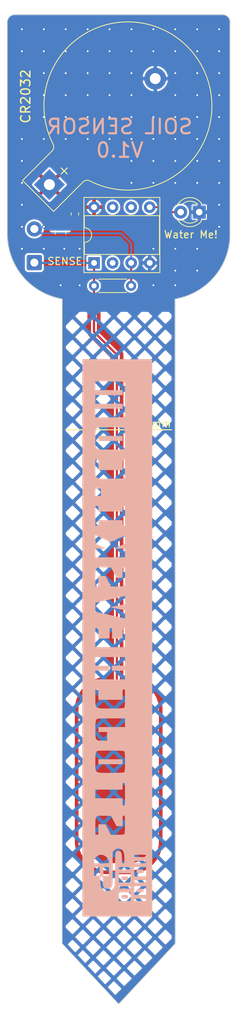
<source format=kicad_pcb>
(kicad_pcb (version 20221018) (generator pcbnew)
  (layers (0 "F.Cu" signal) (31 "B.Cu" signal) (34 "B.Paste" user) (35 "F.Paste" user) (36 "B.SilkS" user "B.Silkscreen") (37 "F.SilkS" user "F.Silkscreen") (38 "B.Mask" user) (39 "F.Mask" user) (44 "Edge.Cuts" user))
  (net 0 "")
  (net 1 "+3V0")
  (net 2 "GND")
  (net 3 "Net-(D101-A)")
  (net 4 "/SENSE")
  (net 8 "Net-(J101-Pin_2)")
  (footprint "LED_THT:LED_D3.0mm" (layer "F.Cu") (at 111.275 61 180)
    (fp_text reference "D101" hide)
    (fp_text value "RED_LED")
    (fp_line (start -0.29 -1.236) (end -0.29 -1.08) (stroke (width 0.12)) (layer "F.SilkS"))
    (fp_line (start -0.29 1.08) (end -0.29 1.236) (stroke (width 0.12)) (layer "F.SilkS"))
    (fp_arc (start -0.29 -1.235516) (mid 1.366487 -1.987659) (end 2.942335 -1.078608) (stroke (width 0.12)) (layer "F.SilkS"))
    (fp_arc (start 0.229039 -1.08) (mid 1.270117 -1.5) (end 2.31113 -1.079837) (stroke (width 0.12)) (layer "F.SilkS"))
    (fp_arc (start 2.31113 1.079837) (mid 1.270117 1.5) (end 0.229039 1.08) (stroke (width 0.12)) (layer "F.SilkS"))
    (fp_arc (start 2.942335 1.078608) (mid 1.366487 1.987659) (end -0.29 1.235516) (stroke (width 0.12)) (layer "F.SilkS"))
    (pad "1" thru_hole rect (at 0 0 180) (size 1.8 1.8) (drill 0.9) (layers "*.Cu" "*.Mask") (net 2 "GND") (thermal_gap 0.15))
    (pad "2" thru_hole circle (at 2.54 0 180) (size 1.8 1.8) (drill 0.9) (layers "*.Cu" "*.Mask") (net 3 "Net-(D101-A)"))
  )
  (footprint "Package_DIP:DIP-8_W7.62mm_Socket" (layer "F.Cu") (at 96.877338 67.940937 90)
    (fp_text reference "U101" hide)
    (fp_text value "ATtiny85-20P")
    (fp_line (start -1.33 -1.39) (end -1.33 9.01) (stroke (width 0.12)) (layer "F.SilkS"))
    (fp_line (start -1.33 9.01) (end 8.95 9.01) (stroke (width 0.12)) (layer "F.SilkS"))
    (fp_line (start 1.16 -1.33) (end 1.16 8.95) (stroke (width 0.12)) (layer "F.SilkS"))
    (fp_line (start 1.16 8.95) (end 6.46 8.95) (stroke (width 0.12)) (layer "F.SilkS"))
    (fp_line (start 2.81 -1.33) (end 1.16 -1.33) (stroke (width 0.12)) (layer "F.SilkS"))
    (fp_line (start 6.46 -1.33) (end 4.81 -1.33) (stroke (width 0.12)) (layer "F.SilkS"))
    (fp_line (start 6.46 8.95) (end 6.46 -1.33) (stroke (width 0.12)) (layer "F.SilkS"))
    (fp_line (start 8.95 -1.39) (end -1.33 -1.39) (stroke (width 0.12)) (layer "F.SilkS"))
    (fp_line (start 8.95 9.01) (end 8.95 -1.39) (stroke (width 0.12)) (layer "F.SilkS"))
    (fp_arc (start 4.81 -1.33) (mid 3.81 -0.33) (end 2.81 -1.33) (stroke (width 0.12)) (layer "F.SilkS"))
    (pad "1" thru_hole rect (at 0 0 90) (size 1.6 1.6) (drill 0.8) (layers "*.Cu" "*.Mask") (net 4 "/SENSE"))
    (pad "2" thru_hole oval (at 0 2.54 90) (size 1.6 1.6) (drill 0.8) (layers "*.Cu" "*.Mask"))
    (pad "3" thru_hole oval (at 0 5.08 90) (size 1.6 1.6) (drill 0.8) (layers "*.Cu" "*.Mask") (net 8 "Net-(J101-Pin_2)"))
    (pad "4" thru_hole oval (at 0 7.62 90) (size 1.6 1.6) (drill 0.8) (layers "*.Cu" "*.Mask") (net 2 "GND"))
    (pad "5" thru_hole oval (at 7.62 7.62 90) (size 1.6 1.6) (drill 0.8) (layers "*.Cu" "*.Mask") (net 3 "Net-(D101-A)"))
    (pad "6" thru_hole oval (at 7.62 5.08 90) (size 1.6 1.6) (drill 0.8) (layers "*.Cu" "*.Mask"))
    (pad "7" thru_hole oval (at 7.62 2.54 90) (size 1.6 1.6) (drill 0.8) (layers "*.Cu" "*.Mask"))
    (pad "8" thru_hole oval (at 7.62 0 90) (size 1.6 1.6) (drill 0.8) (layers "*.Cu" "*.Mask") (net 1 "+3V0"))
  )
  (footprint "Resistor_THT:R_Axial_DIN0204_L3.6mm_D1.6mm_P5.08mm_Horizontal" (layer "F.Cu") (at 101.948413 71.073331 180)
    (fp_text reference "R101" hide)
    (fp_text value "1M")
    (fp_line (start 0.62 -0.92) (end 4.46 -0.92) (stroke (width 0.12)) (layer "F.SilkS"))
    (fp_line (start 0.62 0.92) (end 4.46 0.92) (stroke (width 0.12)) (layer "F.SilkS"))
    (pad "1" thru_hole circle (at 0 0 180) (size 1.4 1.4) (drill 0.7) (layers "*.Cu" "*.Mask") (net 8 "Net-(J101-Pin_2)"))
    (pad "2" thru_hole oval (at 5.08 0 180) (size 1.4 1.4) (drill 0.7) (layers "*.Cu" "*.Mask") (net 4 "/SENSE"))
  )
  (footprint "Battery:BatteryHolder_Keystone_103_1x20mm" (layer "F.Cu") (at 90.764609 57.23539 45)
    (fp_text reference "BT101" hide)
    (fp_text value "Battery_Cell")
    (fp_text user "+" (at 2.75 0 -315) (layer "F.SilkS") (effects (font (size 1.5 1.5))))
    (fp_line (start -2.2 -3) (end 3.5 -3) (stroke (width 0.12)) (layer "F.SilkS"))
    (fp_line (start -2.2 3) (end -2.2 -3) (stroke (width 0.12)) (layer "F.SilkS"))
    (fp_line (start -2.2 3) (end 3.5 3) (stroke (width 0.12)) (layer "F.SilkS"))
    (fp_arc (start 3.5 3) (mid 3.950694 3.136459) (end 4.25 3.5) (stroke (width 0.12)) (layer "F.SilkS"))
    (fp_arc (start 4.25 -3.5) (mid 3.950694 -3.136459) (end 3.5 -3) (stroke (width 0.12)) (layer "F.SilkS"))
    (fp_arc (start 4.25 -3.5) (mid 16.971104 -11.358466) (end 26.695671 0) (stroke (width 0.12)) (layer "F.SilkS"))
    (fp_arc (start 26.695671 0) (mid 16.971103 11.358466) (end 4.25 3.5) (stroke (width 0.12)) (layer "F.SilkS"))
    (pad "1" thru_hole rect (at 0 0 45) (size 3 3) (drill 1.5) (layers "*.Cu" "*.Mask") (net 1 "+3V0") (thermal_gap 0.3))
    (pad "2" thru_hole circle (at 20.49 0 45) (size 3 3) (drill 1.5) (layers "*.Cu" "*.Mask") (net 2 "GND"))
  )
  (footprint "Capacitor_SMD:C_0603_1608Metric_Pad1.08x0.95mm_HandSolder" (layer "F.Cu") (at 94.25 61.25 -90)
    (fp_text reference "C102" hide)
    (fp_text value "DNP")
    (fp_line (start -0.146267 -0.51) (end 0.146267 -0.51) (stroke (width 0.12)) (layer "F.SilkS"))
    (fp_line (start -0.146267 0.51) (end 0.146267 0.51) (stroke (width 0.12)) (layer "F.SilkS"))
    (pad "1" smd roundrect (at -0.8625 0 270) (size 1.075 0.95) (layers "F.Cu" "F.Paste" "F.Mask") (net 1 "+3V0"))
    (pad "2" smd roundrect (at 0.8625 0 270) (size 1.075 0.95) (layers "F.Cu" "F.Paste" "F.Mask") (net 2 "GND"))
  )
  (footprint "Connector_Wire:SolderWire-0.5sqmm_1x02_P4.6mm_D0.9mm_OD2.1mm" (layer "F.Cu") (at 88.7 67.900001 90)
    (fp_text reference "J101" hide)
    (fp_text value "SENSE_CONN")
    (pad "1" thru_hole roundrect (at 0 0 90) (size 2.1 2.1) (drill 1.1) (layers "*.Cu" "*.Mask") (roundrect_rratio 0.119048) (net 4 "/SENSE"))
    (pad "2" thru_hole circle (at 4.6 0 90) (size 2.1 2.1) (drill 1.1) (layers "*.Cu" "*.Mask") (net 8 "Net-(J101-Pin_2)"))
  )
  (footprint "Capacitor_SMD:C_0805_2012Metric_Pad1.18x1.45mm_HandSolder" (layer "F.Cu") (at 92.27395 63.75 -90)
    (fp_text reference "C101" hide)
    (fp_text value "DNP")
    (fp_line (start -0.261252 -0.735) (end 0.261252 -0.735) (stroke (width 0.12)) (layer "F.SilkS"))
    (fp_line (start -0.261252 0.735) (end 0.261252 0.735) (stroke (width 0.12)) (layer "F.SilkS"))
    (pad "1" smd roundrect (at -1.0375 0 270) (size 1.175 1.45) (layers "F.Cu" "F.Paste" "F.Mask") (roundrect_rratio 0.2127659574) (net 1 "+3V0"))
    (pad "2" smd roundrect (at 1.0375 0 270) (size 1.175 1.45) (layers "F.Cu" "F.Paste" "F.Mask") (roundrect_rratio 0.2127659574) (net 2 "GND"))
  )
  (footprint "LOGO" (layer "B.Cu") (at 100.1 119.2 90)
    (fp_text reference "G***" hide)
    (fp_text value "LOGO" hide)
    (fp_poly (pts (xy -16.594667 -0.973667) (xy -16.594667 -2.624667) (xy -16.933334 -2.624667) (xy -17.272 -2.624667) (xy -17.272 -0.973667) (xy -17.272 0.677333) (xy -16.933334 0.677333) (xy -16.594667 0.677333)) (fill solid) (layer "B.SilkS"))
    (fp_poly (pts (xy 27.601333 -0.973667) (xy 27.601333 -2.624667) (xy 27.262666 -2.624667) (xy 26.924 -2.624667) (xy 26.924 -0.973667) (xy 26.924 0.677333) (xy 27.262666 0.677333) (xy 27.601333 0.677333)) (fill solid) (layer "B.SilkS"))
    (fp_poly (pts (xy -35.24546 1.431514) (xy -35.16988 1.38027) (xy -35.141194 1.243921) (xy -35.136667 0.980788) (xy -35.136667 0.973667) (xy -35.140932 0.707453) (xy -35.168884 0.56889) (xy -35.243256 0.516299) (xy -35.386783 0.508001) (xy -35.390667 0.508) (xy -35.535875 0.51582) (xy -35.611455 0.567064) (xy -35.64014 0.703413) (xy -35.644667 0.966546) (xy -35.644667 0.973667) (xy -35.640402 1.239881) (xy -35.612451 1.378444) (xy -35.538078 1.431035) (xy -35.394551 1.439333) (xy -35.390667 1.439333)) (fill solid) (layer "B.SilkS"))
    (fp_poly (pts (xy -34.398793 3.548181) (xy -34.323213 3.496936) (xy -34.294527 3.360587) (xy -34.290001 3.097455) (xy -34.29 3.090333) (xy -34.294266 2.824119) (xy -34.322217 2.685557) (xy -34.396589 2.632966) (xy -34.540116 2.624667) (xy -34.544 2.624667) (xy -34.689208 2.632486) (xy -34.764788 2.683731) (xy -34.793474 2.82008) (xy -34.798 3.083212) (xy -34.798 3.090333) (xy -34.793735 3.356548) (xy -34.765784 3.49511) (xy -34.691412 3.547701) (xy -34.547885 3.556) (xy -34.544 3.556)) (fill solid) (layer "B.SilkS"))
    (fp_poly (pts (xy -32.70546 1.431514) (xy -32.62988 1.38027) (xy -32.601194 1.243921) (xy -32.596667 0.980788) (xy -32.596667 0.973667) (xy -32.600932 0.707453) (xy -32.628884 0.56889) (xy -32.703256 0.516299) (xy -32.846783 0.508001) (xy -32.850667 0.508) (xy -32.995875 0.51582) (xy -33.071455 0.567064) (xy -33.10014 0.703413) (xy -33.104667 0.966546) (xy -33.104667 0.973667) (xy -33.100402 1.239881) (xy -33.072451 1.378444) (xy -32.998078 1.431035) (xy -32.854551 1.439333) (xy -32.850667 1.439333)) (fill solid) (layer "B.SilkS"))
    (fp_poly (pts (xy -31.774126 3.548181) (xy -31.698546 3.496936) (xy -31.669861 3.360587) (xy -31.665334 3.097455) (xy -31.665334 3.090333) (xy -31.669599 2.824119) (xy -31.69755 2.685557) (xy -31.771923 2.632966) (xy -31.91545 2.624667) (xy -31.919334 2.624667) (xy -32.064541 2.632486) (xy -32.140121 2.683731) (xy -32.168807 2.82008) (xy -32.173334 3.083212) (xy -32.173334 3.090333) (xy -32.169069 3.356548) (xy -32.141117 3.49511) (xy -32.066745 3.547701) (xy -31.923218 3.556) (xy -31.919334 3.556)) (fill solid) (layer "B.SilkS"))
    (fp_poly (pts (xy 38.1 -0.042333) (xy 38.1 -4.826) (xy 0 -4.826) (xy -38.1 -4.826) (xy -38.1 -2.455333) (xy -32.512 -2.455333) (xy -32.512 -2.836333) (xy -32.512 -3.217333) (xy -31.919334 -3.217333) (xy -31.326667 -3.217333) (xy -30.818667 -3.217333) (xy -30.602796 -3.217333) (xy -30.370653 -3.177727) (xy -30.138562 -3.0889) (xy -30.089853 -3.048) (xy -26.924 -3.048) (xy -25.79038 -3.048) (xy -25.313175 -3.044759) (xy -24.974739 -3.032747) (xy -24.744593 -3.008532) (xy -24.592256 -2.968682) (xy -24.487249 -2.909765) (xy -24.474631 -2.899833) (xy -24.394776 -2.822722) (xy -24.343773 -2.724542) (xy -24.316592 -2.570826) (xy -24.308203 -2.327111) (xy -24.313575 -1.958932) (xy -24.317085 -1.820333) (xy -24.341667 -0.889) (xy -25.040167 -0.525456) (xy -25.738667 -0.161913) (xy -25.738667 0.25771) (xy -25.738667 0.677333) (xy -25.019 0.677333) (xy -24.669077 0.680485) (xy -24.455337 0.695132) (xy -24.344668 0.729066) (xy -24.303961 0.790078) (xy -24.299334 0.846667) (xy -22.944667 0.846667) (xy -22.926131 0.752091) (xy -22.844707 0.700987) (xy -22.66167 0.680447) (xy -22.436667 0.677333) (xy -21.928667 0.677333) (xy -21.928667 -1.185333) (xy -21.928667 -3.048) (xy -21.336 -3.048) (xy -20.743334 -3.048) (xy -20.743334 -1.598436) (xy -18.458724 -1.598436) (xy -18.453581 -2.098923) (xy -18.427936 -2.469216) (xy -18.36782 -2.728802) (xy -18.259262 -2.897169) (xy -18.088293 -2.993805) (xy -17.840944 -3.038198) (xy -17.503246 -3.049835) (xy -17.061228 -3.048204) (xy -16.952173 -3.048) (xy -16.449508 -3.043796) (xy -16.088158 -3.029377) (xy -15.84027 -3.002034) (xy -15.677993 -2.959057) (xy -15.597506 -2.916199) (xy -15.535224 -2.867268) (xy -15.488463 -2.80443) (xy -15.454999 -2.704882) (xy -15.432609 -2.545819) (xy -15.419071 -2.304439) (xy -15.415231 -2.111866) (xy -14.054667 -2.111866) (xy -14.049345 -2.44444) (xy -14.018026 -2.687152) (xy -13.937679 -2.854149) (xy -13.785273 -2.959579) (xy -13.537777 -3.017587) (xy -13.17216 -3.042321) (xy -12.665391 -3.047928) (xy -12.530667 -3.048) (xy -12.031581 -3.043656) (xy -11.67359 -3.028779) (xy -11.428634 -3.000601) (xy -11.268653 -2.956352) (xy -11.194839 -2.916199) (xy -11.134043 -2.868667) (xy -11.087989 -2.807787) (xy -11.054631 -2.711461) (xy -11.031924 -2.55759) (xy -11.017821 -2.324077) (xy -11.010274 -1.988822) (xy -11.007693 -1.598394) (xy -9.653301 -1.598394) (xy -9.648031 -2.098835) (xy -9.622436 -2.469082) (xy -9.562759 -2.728631) (xy -9.455245 -2.896975) (xy -9.286138 -2.993608) (xy -9.041681 -3.038023) (xy -8.70812 -3.049716) (xy -8.271699 -3.048179) (xy -8.170334 -3.048) (xy -7.027334 -3.048) (xy -7.027334 -2.836333) (xy -7.033941 -2.733834) (xy -7.076115 -2.671279) (xy -7.187379 -2.638806) (xy -7.40126 -2.626555) (xy -7.747 -2.624667) (xy -8.466667 -2.624667) (xy -8.466667 -0.973667) (xy -8.466667 0.677333) (xy -7.747 0.677333) (xy -7.397077 0.680485) (xy -7.183337 0.695132) (xy -7.072668 0.729066) (xy -7.031961 0.790078) (xy -7.027334 0.846667) (xy -7.035979 0.913077) (xy -7.079083 0.959407) (xy -7.182399 0.989259) (xy -7.371679 1.006233) (xy -7.672678 1.013932) (xy -8.111147 1.015958) (xy -8.238067 1.016) (xy -5.672667 1.016) (xy -5.672667 -1.016) (xy -5.672667 -3.048) (xy -5.08 -3.048) (xy -4.487334 -3.048) (xy -4.487334 -2.074333) (xy -4.487334 -1.100667) (xy -4.148667 -1.100667) (xy -3.81 -1.100667) (xy -3.81 -2.074333) (xy -3.81 -3.048) (xy -3.217334 -3.048) (xy -2.624667 -3.048) (xy -2.624667 -1.016) (xy -2.624667 1.016) (xy -1.27 1.016) (xy -1.27 -1.016) (xy -1.27 -3.048) (xy 0.042333 -3.048) (xy 1.354666 -3.048) (xy 1.354666 -2.836333) (xy 1.348059 -2.733834) (xy 1.305885 -2.671279) (xy 1.194621 -2.638806) (xy 0.98074 -2.626555) (xy 0.635 -2.624667) (xy -0.084667 -2.624667) (xy -0.084667 -1.862667) (xy -0.084667 -1.100667) (xy 0.635 -1.100667) (xy 0.984923 -1.097515) (xy 1.198663 -1.082868) (xy 1.309332 -1.048934) (xy 1.350039 -0.987922) (xy 1.354666 -0.931333) (xy 1.341274 -0.848998) (xy 1.279023 -0.798706) (xy 1.134803 -0.772667) (xy 0.875504 -0.763089) (xy 0.635 -0.762) (xy -0.084667 -0.762) (xy -0.084667 -0.042333) (xy -0.084667 0.677333) (xy 0.635 0.677333) (xy 0.984923 0.680485) (xy 1.198663 0.695132) (xy 1.309332 0.729066) (xy 1.350039 0.790078) (xy 1.354666 0.846667) (xy 1.346557 0.910846) (xy 1.305727 0.95637) (xy 1.207426 0.986432) (xy 1.026902 1.004227) (xy 0.739403 1.012947) (xy 0.320178 1.015787) (xy 0.042333 1.016) (xy 2.650927 1.016) (xy 2.967174 -0.359833) (xy 3.08669 -0.88145) (xy 3.205481 -1.402819) (xy 3.312824 -1.876691) (xy 3.397999 -2.255811) (xy 3.428209 -2.391833) (xy 3.572997 -3.048) (xy 4.185503 -3.048) (xy 4.798009 -3.048) (xy 7.027333 -3.048) (xy 8.160953 -3.048) (xy 8.638158 -3.044759) (xy 8.976594 -3.032747) (xy 9.20674 -3.008532) (xy 9.359077 -2.968682) (xy 9.464084 -2.909765) (xy 9.476702 -2.899833) (xy 9.556557 -2.822722) (xy 9.60756 -2.724542) (xy 9.634741 -2.570826) (xy 9.643131 -2.327111) (xy 9.637758 -1.958932) (xy 9.634248 -1.820333) (xy 9.609666 -0.889) (xy 8.911166 -0.525456) (xy 8.212666 -0.161913) (xy 8.212666 0.25771) (xy 8.212666 0.677333) (xy 8.932333 0.677333) (xy 9.282256 0.680485) (xy 9.495997 0.695132) (xy 9.606665 0.729066) (xy 9.647372 0.790078) (xy 9.652 0.846667) (xy 9.643354 0.913077) (xy 9.60025 0.959407) (xy 9.496935 0.989259) (xy 9.307654 1.006233) (xy 9.006656 1.013932) (xy 8.568187 1.015958) (xy 8.441266 1.016) (xy 11.006666 1.016) (xy 11.006666 -1.016) (xy 11.006666 -3.048) (xy 11.599333 -3.048) (xy 12.192 -3.048) (xy 12.192 -2.356555) (xy 12.198058 -2.046942) (xy 12.214201 -1.823023) (xy 12.237378 -1.720384) (xy 12.246578 -1.719689) (xy 12.305278 -1.817946) (xy 12.412161 -2.029761) (xy 12.546647 -2.313947) (xy 12.581484 -2.389967) (xy 12.861812 -3.005667) (xy 13.454273 -3.030462) (xy 14.046733 -3.055258) (xy 14.043438 -3.048) (xy 15.324666 -3.048) (xy 16.679333 -3.048) (xy 18.034 -3.048) (xy 18.034 -2.836333) (xy 18.018208 -2.705718) (xy 17.940586 -2.643834) (xy 17.755763 -2.625475) (xy 17.653 -2.624667) (xy 17.272 -2.624667) (xy 17.272 -2.286) (xy 19.388666 -2.286) (xy 19.388666 -2.667) (xy 19.388666 -3.048) (xy 19.896666 -3.048) (xy 20.404666 -3.048) (xy 20.404666 -2.667) (xy 20.404666 -2.286) (xy 19.896666 -2.286) (xy 19.388666 -2.286) (xy 17.272 -2.286) (xy 17.272 -1.598394) (xy 21.758033 -1.598394) (xy 21.763302 -2.098835) (xy 21.788897 -2.469082) (xy 21.848574 -2.728631) (xy 21.956088 -2.896975) (xy 22.125196 -2.993608) (xy 22.369652 -3.038023) (xy 22.703213 -3.049716) (xy 23.139635 -3.048179) (xy 23.241 -3.048) (xy 24.384 -3.048) (xy 24.384 -2.836333) (xy 24.377392 -2.733834) (xy 24.335219 -2.671279) (xy 24.223954 -2.638806) (xy 24.010074 -2.626555) (xy 23.664333 -2.624667) (xy 22.944666 -2.624667) (xy 22.944666 -1.598436) (xy 25.737276 -1.598436) (xy 25.742419 -2.098923) (xy 25.768064 -2.469216) (xy 25.82818 -2.728802) (xy 25.936738 -2.897169) (xy 26.107707 -2.993805) (xy 26.355056 -3.038198) (xy 26.692754 -3.049835) (xy 27.134772 -3.048204) (xy 27.243827 -3.048) (xy 30.141333 -3.048) (xy 30.734 -3.048) (xy 31.326666 -3.048) (xy 31.326666 -1.185333) (xy 31.326666 0.677333) (xy 31.665333 0.677333) (xy 32.004 0.677333) (xy 32.004 -1.185333) (xy 32.004 -3.048) (xy 32.596666 -3.048) (xy 33.189333 -3.048) (xy 33.189333 -1.185333) (xy 33.189333 0.677333) (xy 33.528 0.677333) (xy 33.866666 0.677333) (xy 33.866666 -1.185333) (xy 33.866666 -3.048) (xy 34.459333 -3.048) (xy 35.052 -3.048) (xy 35.052 -1.1176) (xy 35.048947 -0.426723) (xy 35.03938 0.107245) (xy 35.022681 0.496627) (xy 34.998235 0.753744) (xy 34.965425 0.89092) (xy 34.9504 0.9144) (xy 34.835081 0.946817) (xy 34.578025 0.973501) (xy 34.206732 0.994452) (xy 33.748699 1.009669) (xy 33.231427 1.019153) (xy 32.682414 1.022904) (xy 32.12916 1.020922) (xy 31.599163 1.013206) (xy 31.119923 0.999757) (xy 30.718939 0.980575) (xy 30.42371 0.95566) (xy 30.261735 0.925012) (xy 30.242933 0.9144) (xy 30.206732 0.820206) (xy 30.179132 0.610825) (xy 30.159517 0.273933) (xy 30.147271 -0.20279) (xy 30.141778 -0.831668) (xy 30.141333 -1.1176) (xy 30.141333 -3.048) (xy 27.243827 -3.048) (xy 27.746492 -3.043796) (xy 28.107842 -3.029377) (xy 28.35573 -3.002034) (xy 28.518007 -2.959057) (xy 28.598494 -2.916199) (xy 28.660776 -2.867268) (xy 28.707537 -2.80443) (xy 28.741001 -2.704882) (xy 28.763391 -2.545819) (xy 28.776929 -2.304439) (xy 28.783839 -1.957938) (xy 28.786342 -1.483513) (xy 28.786666 -0.985799) (xy 28.783267 -0.317488) (xy 28.772636 0.193809) (xy 28.75412 0.560283) (xy 28.727067 0.794124) (xy 28.690827 0.907524) (xy 28.685066 0.9144) (xy 28.56057 0.955486) (xy 28.303525 0.98663) (xy 27.950425 1.00783) (xy 27.537761 1.019087) (xy 27.102027 1.020402) (xy 26.679715 1.011773) (xy 26.307318 0.993202) (xy 26.021328 0.964687) (xy 25.858239 0.92623) (xy 25.840266 0.9144) (xy 25.802287 0.815551) (xy 25.773801 0.596807) (xy 25.754146 0.246042) (xy 25.742659 -0.248873) (xy 25.738681 -0.900066) (xy 25.738666 -0.948266) (xy 25.737276 -1.598436) (xy 22.944666 -1.598436) (xy 22.944666 -0.973667) (xy 22.944666 0.677333) (xy 23.664333 0.677333) (xy 24.014256 0.680485) (xy 24.227997 0.695132) (xy 24.338665 0.729066) (xy 24.379372 0.790078) (xy 24.384 0.846667) (xy 24.375354 0.913077) (xy 24.33225 0.959407) (xy 24.228935 0.989259) (xy 24.039654 1.006233) (xy 23.738656 1.013932) (xy 23.300187 1.015958) (xy 23.173266 1.016) (xy 22.608853 1.009381) (xy 22.205812 0.98914) (xy 21.956684 0.954698) (xy 21.860933 0.9144) (xy 21.822954 0.815551) (xy 21.794468 0.596807) (xy 21.774812 0.246042) (xy 21.763326 -0.248873) (xy 21.759347 -0.900066) (xy 21.759333 -0.948266) (xy 21.758033 -1.598394) (xy 17.272 -1.598394) (xy 17.272 -0.973667) (xy 17.272 0.677333) (xy 17.653 0.677333) (xy 17.891094 0.688413) (xy 18.003682 0.734419) (xy 18.033854 0.834502) (xy 18.034 0.846667) (xy 18.02609 0.909984) (xy 17.986116 0.95518) (xy 17.889712 0.985302) (xy 17.71251 1.003395) (xy 17.430143 1.012505) (xy 17.018244 1.015678) (xy 16.679333 1.016) (xy 16.172799 1.015011) (xy 15.811228 1.010015) (xy 15.570254 0.997964) (xy 15.425509 0.975814) (xy 15.352628 0.940518) (xy 15.327241 0.889031) (xy 15.324666 0.846667) (xy 15.349595 0.740847) (xy 15.453108 0.690808) (xy 15.678296 0.677398) (xy 15.705666 0.677333) (xy 16.086666 0.677333) (xy 16.086666 -0.973667) (xy 16.086666 -2.624667) (xy 15.705666 -2.624667) (xy 15.470559 -2.63344) (xy 15.359168 -2.676563) (xy 15.326121 -2.779242) (xy 15.324666 -2.836333) (xy 15.324666 -3.048) (xy 14.043438 -3.048) (xy 13.57825 -2.023387) (xy 13.109766 -0.991516) (xy 13.506835 -0.093591) (xy 13.667933 0.271591) (xy 13.80538 0.584795) (xy 13.903692 0.810628) (xy 13.946009 0.910167) (xy 13.921667 0.970644) (xy 13.774317 1.004382) (xy 13.482411 1.015897) (xy 13.440861 1.016) (xy 12.893606 1.016) (xy 12.56397 0.3175) (xy 12.234333 -0.381) (xy 12.209742 0.3175) (xy 12.185151 1.016) (xy 11.595909 1.016) (xy 11.006666 1.016) (xy 8.441266 1.016) (xy 7.876853 1.009381) (xy 7.473812 0.98914) (xy 7.224684 0.954698) (xy 7.128933 0.9144) (xy 7.075279 0.769069) (xy 7.041089 0.466423) (xy 7.027521 0.017489) (xy 7.027333 -0.051731) (xy 7.027333 -0.916263) (xy 7.746617 -1.283631) (xy 8.4659 -1.651) (xy 8.466283 -2.137833) (xy 8.466666 -2.624667) (xy 7.747 -2.624667) (xy 7.398503 -2.62661) (xy 7.185814 -2.639014) (xy 7.075406 -2.671739) (xy 7.033754 -2.734645) (xy 7.027333 -2.836333) (xy 7.027333 -3.048) (xy 4.798009 -3.048) (xy 4.984986 -2.2225) (xy 5.077297 -1.817682) (xy 5.193926 -1.310222) (xy 5.320529 -0.76234) (xy 5.442764 -0.236255) (xy 5.453434 -0.1905) (xy 5.734905 1.016) (xy 5.164468 1.016) (xy 4.594031 1.016) (xy 4.49493 0.486833) (xy 4.395622 -0.03953) (xy 4.321361 -0.418745) (xy 4.266931 -0.670271) (xy 4.227117 -0.813569) (xy 4.196703 -0.868096) (xy 4.170475 -0.853313) (xy 4.14888 -0.804333) (xy 4.107335 -0.650255) (xy 4.047084 -0.375172) (xy 3.977858 -0.025007) (xy 3.938125 0.1905) (xy 3.790004 1.016) (xy 3.220466 1.016) (xy 2.650927 1.016) (xy 0.042333 1.016) (xy -1.27 1.016) (xy -2.624667 1.016) (xy -3.217334 1.016) (xy -3.81 1.016) (xy -3.81 0.127) (xy -3.81 -0.762) (xy -4.148667 -0.762) (xy -4.487334 -0.762) (xy -4.487334 0.127) (xy -4.487334 1.016) (xy -5.08 1.016) (xy -5.672667 1.016) (xy -8.238067 1.016) (xy -8.80248 1.009381) (xy -9.205521 0.98914) (xy -9.454649 0.954698) (xy -9.5504 0.9144) (xy -9.588379 0.815551) (xy -9.616866 0.596807) (xy -9.636521 0.246042) (xy -9.648007 -0.248873) (xy -9.651986 -0.900066) (xy -9.652 -0.948266) (xy -9.653301 -1.598394) (xy -11.007693 -1.598394) (xy -11.007239 -1.529728) (xy -11.006668 -0.924695) (xy -11.006667 -0.884199) (xy -11.006667 1.016) (xy -11.599334 1.016) (xy -12.192 1.016) (xy -12.192 -0.804333) (xy -12.192 -2.624667) (xy -12.530667 -2.624667) (xy -12.869334 -2.624667) (xy -12.869334 -2.032) (xy -12.869334 -1.439333) (xy -13.462 -1.439333) (xy -14.054667 -1.439333) (xy -14.054667 -2.111866) (xy -15.415231 -2.111866) (xy -15.412161 -1.957938) (xy -15.409658 -1.483513) (xy -15.409334 -0.985799) (xy -15.412733 -0.317488) (xy -15.423364 0.193809) (xy -15.44188 0.560283) (xy -15.468933 0.794124) (xy -15.505173 0.907524) (xy -15.510934 0.9144) (xy -15.63543 0.955486) (xy -15.892475 0.98663) (xy -16.245575 1.00783) (xy -16.658239 1.019087) (xy -17.093973 1.020402) (xy -17.516285 1.011773) (xy -17.888682 0.993202) (xy -18.174672 0.964687) (xy -18.337761 0.92623) (xy -18.355734 0.9144) (xy -18.393713 0.815551) (xy -18.422199 0.596807) (xy -18.441854 0.246042) (xy -18.453341 -0.248873) (xy -18.457319 -0.900066) (xy -18.457334 -0.948266) (xy -18.458724 -1.598436) (xy -20.743334 -1.598436) (xy -20.743334 -1.185333) (xy -20.743334 0.677333) (xy -20.277667 0.677333) (xy -20.008559 0.684683) (xy -19.868369 0.716461) (xy -19.816967 0.78726) (xy -19.812 0.846667) (xy -19.819068 0.906159) (xy -19.855392 0.949797) (xy -19.94365 0.980033) (xy -20.106522 0.999318) (xy -20.366687 1.010104) (xy -20.746826 1.014843) (xy -21.269617 1.015987) (xy -21.378334 1.016) (xy -21.928639 1.015236) (xy -22.332291 1.011309) (xy -22.61197 1.001768) (xy -22.790356 0.98416) (xy -22.890127 0.956034) (xy -22.933963 0.914938) (xy -22.944544 0.85842) (xy -22.944667 0.846667) (xy -24.299334 0.846667) (xy -24.307979 0.913077) (xy -24.351083 0.959407) (xy -24.454399 0.989259) (xy -24.643679 1.006233) (xy -24.944678 1.013932) (xy -25.383147 1.015958) (xy -25.510067 1.016) (xy -26.07448 1.009381) (xy -26.477521 0.98914) (xy -26.726649 0.954698) (xy -26.8224 0.9144) (xy -26.876054 0.769069) (xy -26.910244 0.466423) (xy -26.923812 0.017489) (xy -26.924 -0.051731) (xy -26.924 -0.916263) (xy -26.204717 -1.283631) (xy -25.485433 -1.651) (xy -25.48505 -2.137833) (xy -25.484667 -2.624667) (xy -26.204334 -2.624667) (xy -26.55283 -2.62661) (xy -26.765519 -2.639014) (xy -26.875927 -2.671739) (xy -26.917579 -2.734645) (xy -26.924 -2.836333) (xy -26.924 -3.048) (xy -30.089853 -3.048) (xy -29.870857 -2.864112) (xy -29.690434 -2.541527) (xy -29.63365 -2.226704) (xy -29.708174 -1.900216) (xy -29.902186 -1.588852) (xy -30.172604 -1.355112) (xy -30.267468 -1.307238) (xy -30.490156 -1.218566) (xy -30.642969 -1.185726) (xy -30.739065 -1.230058) (xy -30.791598 -1.372902) (xy -30.813725 -1.635598) (xy -30.818601 -2.039486) (xy -30.818667 -2.201333) (xy -30.818667 -3.217333) (xy -31.326667 -3.217333) (xy -31.326667 -2.836333) (xy -31.326667 -2.455333) (xy -31.919334 -2.455333) (xy -32.512 -2.455333) (xy -38.1 -2.455333) (xy -38.1 -1.481679) (xy -34.615552 -1.481679) (xy -34.514722 -1.83112) (xy -34.304248 -2.120398) (xy -34.14077 -2.23813) (xy -33.891369 -2.315906) (xy -33.509407 -2.359582) (xy -33.252834 -2.367277) (xy -32.921807 -2.365285) (xy -32.725446 -2.349244) (xy -32.629167 -2.310408) (xy -32.598387 -2.240029) (xy -32.596667 -2.201333) (xy -32.610808 -2.116964) (xy -32.675939 -2.0664) (xy -32.826121 -2.041124) (xy -33.095416 -2.032623) (xy -33.274 -2.032) (xy -33.71355 -2.011369) (xy -34.011181 -1.939117) (xy -34.190418 -1.799701) (xy -34.274787 -1.57758) (xy -34.29 -1.360812) (xy -34.268018 -1.185333) (xy -32.512 -1.185333) (xy -32.512 -1.566333) (xy -32.512 -1.947333) (xy -31.919334 -1.947333) (xy -31.326667 -1.947333) (xy -31.326667 -1.566333) (xy -31.326667 -1.185333) (xy -31.919334 -1.185333) (xy -32.512 -1.185333) (xy -34.268018 -1.185333) (xy -34.256722 -1.095159) (xy -34.133569 -0.910054) (xy -34.066916 -0.852812) (xy -33.992917 -0.800354) (xy -33.906488 -0.759531) (xy -33.786874 -0.728888) (xy -33.613321 -0.706971) (xy -33.365077 -0.692325) (xy -33.021387 -0.683497) (xy -32.561498 -0.679032) (xy -31.964656 -0.677476) (xy -31.562736 -0.677333) (xy -29.281642 -0.677333) (xy -29.034154 -0.429846) (xy -28.834546 -0.142684) (xy -28.797126 0.170063) (xy -28.887817 0.468033) (xy -29.039999 0.683841) (xy -29.280469 0.826857) (xy -29.634046 0.906284) (xy -30.125547 0.931324) (xy -30.137129 0.931333) (xy -30.475858 0.92784) (xy -30.679268 0.911732) (xy -30.781325 0.874573) (xy -30.815991 0.807923) (xy -30.818667 0.762) (xy -30.804794 0.678346) (xy -30.740688 0.627871) (xy -30.592623 0.602321) (xy -30.326871 0.593439) (xy -30.126834 0.592667) (xy -29.684043 0.573475) (xy -29.385237 0.508598) (xy -29.208666 0.387089) (xy -29.132582 0.197999) (xy -29.125334 0.088478) (xy -29.130213 -0.03621) (xy -29.157108 -0.133925) (xy -29.224407 -0.207951) (xy -29.350496 -0.261576) (xy -29.553762 -0.298084) (xy -29.852592 -0.320761) (xy -30.265374 -0.332894) (xy -30.810493 -0.337767) (xy -31.506338 -0.338666) (xy -31.515653 -0.338667) (xy -32.248369 -0.340512) (xy -32.832251 -0.348223) (xy -33.287779 -0.365065) (xy -33.635434 -0.3943) (xy -33.895694 -0.439192) (xy -34.08904 -0.503004) (xy -34.235952 -0.589001) (xy -34.356909 -0.700445) (xy -34.445118 -0.805491) (xy -34.595948 -1.122871) (xy -34.615552 -1.481679) (xy -38.1 -1.481679) (xy -38.1 -0.042333) (xy -38.1 1.778) (xy -35.983334 1.778) (xy -35.983334 0.973667) (xy -35.983334 0.169333) (xy -35.390667 0.169333) (xy -34.798 0.169333) (xy -34.798 0.973667) (xy -34.29 0.973667) (xy -34.287444 0.59983) (xy -34.275364 0.363891) (xy -34.247149 0.234439) (xy -34.196186 0.180062) (xy -34.120667 0.169333) (xy -34.041965 0.181479) (xy -33.992293 0.238857) (xy -33.96504 0.372877) (xy -33.953592 0.614951) (xy -33.951334 0.973667) (xy -33.953891 1.347503) (xy -33.96597 1.583443) (xy -33.994185 1.712895) (xy -34.045148 1.767272) (xy -34.120667 1.778) (xy -33.443334 1.778) (xy -33.443334 0.973667) (xy -33.443334 0.169333) (xy -32.808334 0.169333) (xy -32.173334 0.169333) (xy -32.173334 0.973667) (xy -31.665334 0.973667) (xy -31.662777 0.59983) (xy -31.650697 0.363891) (xy -31.622483 0.234439) (xy -31.57152 0.180062) (xy -31.496 0.169333) (xy -31.417298 0.181479) (xy -31.367627 0.238857) (xy -31.340373 0.372877) (xy -31.328926 0.614951) (xy -31.326667 0.973667) (xy -31.329224 1.347503) (xy -31.341304 1.583443) (xy -31.369518 1.712895) (xy -31.420481 1.767272) (xy -31.496 1.778) (xy -31.574703 1.765854) (xy -31.624374 1.708477) (xy -31.651628 1.574456) (xy -31.663075 1.332382) (xy -31.665334 0.973667) (xy -32.173334 0.973667) (xy -32.173334 1.778) (xy -32.808334 1.778) (xy -33.443334 1.778) (xy -34.120667 1.778) (xy -34.19937 1.765854) (xy -34.249041 1.708477) (xy -34.276294 1.574456) (xy -34.287742 1.332382) (xy -34.29 0.973667) (xy -34.798 0.973667) (xy -34.798 1.778) (xy -35.390667 1.778) (xy -35.983334 1.778) (xy -38.1 1.778) (xy -38.1 3.090333) (xy -35.983334 3.090333) (xy -35.980777 2.716497) (xy -35.968697 2.480558) (xy -35.940483 2.351105) (xy -35.88952 2.296728) (xy -35.814 2.286) (xy -35.735298 2.298146) (xy -35.685627 2.355523) (xy -35.658373 2.489544) (xy -35.646926 2.731618) (xy -35.644667 3.090333) (xy -35.647224 3.46417) (xy -35.659304 3.700109) (xy -35.687518 3.829562) (xy -35.738481 3.883939) (xy -35.814 3.894667) (xy -35.136667 3.894667) (xy -35.136667 3.090333) (xy -35.136667 2.286) (xy -34.544 2.286) (xy -33.951334 2.286) (xy -33.951334 3.090333) (xy -33.443334 3.090333) (xy -33.440777 2.716497) (xy -33.428697 2.480558) (xy -33.400483 2.351105) (xy -33.34952 2.296728) (xy -33.274 2.286) (xy -33.195298 2.298146) (xy -33.145627 2.355523) (xy -33.118373 2.489544) (xy -33.106926 2.731618) (xy -33.104667 3.090333) (xy -33.107224 3.46417) (xy -33.119304 3.700109) (xy -33.147518 3.829562) (xy -33.198481 3.883939) (xy -33.274 3.894667) (xy -32.596667 3.894667) (xy -32.596667 3.090333) (xy -32.596667 2.286) (xy -31.961667 2.286) (xy -31.326667 2.286) (xy -31.326667 3.090333) (xy -30.818667 3.090333) (xy -30.81611 2.716497) (xy -30.804031 2.480558) (xy -30.775816 2.351105) (xy -30.724853 2.296728) (xy -30.649334 2.286) (xy -30.570631 2.298146) (xy -30.52096 2.355523) (xy -30.493707 2.489544) (xy -30.482259 2.731618) (xy -30.48 3.090333) (xy -29.972 3.090333) (xy -29.969444 2.716497) (xy -29.957364 2.480558) (xy -29.929149 2.351105) (xy -29.878186 2.296728) (xy -29.802667 2.286) (xy -29.723965 2.298146) (xy -29.674293 2.355523) (xy -29.64704 2.489544) (xy -29.635592 2.731618) (xy -29.633334 3.090333) (xy -29.635891 3.46417) (xy -29.64797 3.700109) (xy -29.676185 3.829562) (xy -29.727148 3.883939) (xy -29.802667 3.894667) (xy -29.88137 3.882521) (xy -29.931041 3.825144) (xy -29.958294 3.691123) (xy -29.969742 3.449049) (xy -29.972 3.090333) (xy -30.48 3.090333) (xy -30.482557 3.46417) (xy -30.494637 3.700109) (xy -30.522852 3.829562) (xy -30.573815 3.883939) (xy -30.649334 3.894667) (xy -30.728036 3.882521) (xy -30.777708 3.825144) (xy -30.804961 3.691123) (xy -30.816409 3.449049) (xy -30.818667 3.090333) (xy -31.326667 3.090333) (xy -31.326667 3.894667) (xy -31.961667 3.894667) (xy -32.596667 3.894667) (xy -33.274 3.894667) (xy -33.352703 3.882521) (xy -33.402374 3.825144) (xy -33.429628 3.691123) (xy -33.441075 3.449049) (xy -33.443334 3.090333) (xy -33.951334 3.090333) (xy -33.951334 3.894667) (xy -34.544 3.894667) (xy -35.136667 3.894667) (xy -35.814 3.894667) (xy -35.892703 3.882521) (xy -35.942374 3.825144) (xy -35.969628 3.691123) (xy -35.981075 3.449049) (xy -35.983334 3.090333) (xy -38.1 3.090333) (xy -38.1 4.741333) (xy 0 4.741333) (xy 38.1 4.741333)) (fill solid) (layer "B.SilkS"))
  )
  (gr_line (start 93 90.75) (end 107.5 90.75) (stroke (width 0.15)) (layer "F.SilkS"))
  (gr_line (start 100.25 169.25) (end 100 169) (stroke (width 0.1)) (layer "Edge.Cuts"))
  (gr_line (start 114.5 34) (end 86 34) (stroke (width 0.1)) (layer "Edge.Cuts"))
  (gr_line (start 92.5 161) (end 100 169) (stroke (width 0.1)) (layer "Edge.Cuts"))
  (gr_arc (start 92.520409 72.877545) (mid 91.986779 72.77194) (end 91.460503 72.63429) (stroke (width 0.1)) (layer "Edge.Cuts"))
  (gr_line (start 85 35) (end 85 64) (stroke (width 0.1)) (layer "Edge.Cuts"))
  (gr_line (start 100.5 169) (end 108 161) (stroke (width 0.1)) (layer "Edge.Cuts"))
  (gr_line (start 100.5 169) (end 100.25 169.25) (stroke (width 0.1)) (layer "Edge.Cuts"))
  (gr_arc (start 91.460503 72.63429) (mid 86.793909 69.39187) (end 85 64) (stroke (width 0.1)) (layer "Edge.Cuts"))
  (gr_line (start 92.520409 72.877545) (end 92.5 161) (stroke (width 0.1)) (layer "Edge.Cuts"))
  (gr_line (start 115.5 64) (end 115.5 35) (stroke (width 0.1)) (layer "Edge.Cuts"))
  (gr_line (start 108 161) (end 107.979591 72.877545) (stroke (width 0.1)) (layer "Edge.Cuts"))
  (gr_arc (start 115.5 64) (mid 113.70609 69.39187) (end 109.039497 72.63429) (stroke (width 0.1)) (layer "Edge.Cuts"))
  (gr_arc (start 109.039497 72.63429) (mid 108.513221 72.771941) (end 107.979591 72.877545) (stroke (width 0.1)) (layer "Edge.Cuts"))
  (gr_arc (start 85 35) (mid 85.292893 34.292893) (end 86 34) (stroke (width 0.1)) (layer "Edge.Cuts"))
  (gr_arc (start 114.5 34) (mid 115.207107 34.292893) (end 115.5 35) (stroke (width 0.1)) (layer "Edge.Cuts"))
  (gr_text "SOIL SENSOR\nV1.0" (at 100.4 53.7) (layer "B.SilkS") (effects (font (size 2 2) (thickness 0.3)) (justify bottom mirror)))
  (gr_text "CR2032" (at 88.25 49 90) (layer "F.SilkS") (effects (font (size 1.27 1.27) (thickness 0.2)) (justify left bottom)))
  (gr_text "SENSE" (at 90.4 68.3) (layer "F.SilkS") (effects (font (size 1 1)) (justify left bottom)))
  (gr_text "35mm" (at 102.75 90.5) (layer "F.SilkS") (effects (font (size 1 1)) (justify left bottom)))
  (gr_text "Water Me!" (at 106.363436 64.649748) (layer "F.SilkS") (effects (font (size 1 1)) (justify left bottom)))
  (via (at 114 42) (size 0.5) (drill 0.25) (layers "F.Cu" "B.Cu") (net 2))
  (via (at 108 69) (size 0.5) (drill 0.25) (layers "F.Cu" "B.Cu") (net 2))
  (via (at 99 42) (size 0.5) (drill 0.25) (layers "F.Cu" "B.Cu") (net 2))
  (via (at 102 45) (size 0.5) (drill 0.25) (layers "F.Cu" "B.Cu") (net 2))
  (via (at 102 51) (size 0.5) (drill 0.25) (layers "F.Cu" "B.Cu") (net 2))
  (via (at 87 36) (size 0.5) (drill 0.25) (layers "F.Cu" "B.Cu") (net 2))
  (via (at 111 39) (size 0.5) (drill 0.25) (layers "F.Cu" "B.Cu") (net 2))
  (via (at 93 39) (size 0.5) (drill 0.25) (layers "F.Cu" "B.Cu") (net 2))
  (via (at 90 42) (size 0.5) (drill 0.25) (layers "F.Cu" "B.Cu") (net 2))
  (via (at 108 45) (size 0.5) (drill 0.25) (layers "F.Cu" "B.Cu") (net 2))
  (via (at 94.9 71) (size 0.5) (drill 0.25) (layers "F.Cu" "B.Cu") (net 2))
  (via (at 96 48) (size 0.5) (drill 0.25) (layers "F.Cu" "B.Cu") (net 2))
  (via (at 105 66) (size 0.5) (drill 0.25) (layers "F.Cu" "B.Cu") (net 2))
  (via (at 111 54) (size 0.5) (drill 0.25) (layers "F.Cu" "B.Cu") (net 2))
  (via (at 90 63) (size 0.5) (drill 0.25) (layers "F.Cu" "B.Cu") (net 2))
  (via (at 111 66) (size 0.5) (drill 0.25) (layers "F.Cu" "B.Cu") (net 2))
  (via (at 87 57) (size 0.5) (drill 0.25) (layers "F.Cu" "B.Cu") (net 2))
  (via (at 114 63) (size 0.5) (drill 0.25) (layers "F.Cu" "B.Cu") (net 2))
  (via (at 111 51) (size 0.5) (drill 0.25) (layers "F.Cu" "B.Cu") (net 2))
  (via (at 108 71) (size 0.5) (drill 0.25) (layers "F.Cu" "B.Cu") (net 2))
  (via (at 111 42) (size 0.5) (drill 0.25) (layers "F.Cu" "B.Cu") (net 2))
  (via (at 93 42) (size 0.5) (drill 0.25) (layers "F.Cu" "B.Cu") (net 2))
  (via (at 108 54) (size 0.5) (drill 0.25) (layers "F.Cu" "B.Cu") (net 2))
  (via (at 114 54) (size 0.5) (drill 0.25) (layers "F.Cu" "B.Cu") (net 2))
  (via (at 114 39) (size 0.5) (drill 0.25) (layers "F.Cu" "B.Cu") (net 2))
  (via (at 96 45) (size 0.5) (drill 0.25) (layers "F.Cu" "B.Cu") (net 2))
  (via (at 108 48) (size 0.5) (drill 0.25) (layers "F.Cu" "B.Cu") (net 2))
  (via (at 105 57) (size 0.5) (drill 0.25) (layers "F.Cu" "B.Cu") (net 2))
  (via (at 114 60) (size 0.5) (drill 0.25) (layers "F.Cu" "B.Cu") (net 2))
  (via (at 105 54) (size 0.5) (drill 0.25) (layers "F.Cu" "B.Cu") (net 2))
  (via (at 93 36) (size 0.5) (drill 0.25) (layers "F.Cu" "B.Cu") (net 2))
  (via (at 105 51) (size 0.5) (drill 0.25) (layers "F.Cu" "B.Cu") (net 2))
  (via (at 99 51) (size 0.5) (drill 0.25) (layers "F.Cu" "B.Cu") (net 2))
  (via (at 111 48) (size 0.5) (drill 0.25) (layers "F.Cu" "B.Cu") (net 2))
  (via (at 108 39) (size 0.5) (drill 0.25) (layers "F.Cu" "B.Cu") (net 2))
  (via (at 102 39) (size 0.5) (drill 0.25) (layers "F.Cu" "B.Cu") (net 2))
  (via (at 99 45) (size 0.5) (drill 0.25) (layers "F.Cu" "B.Cu") (net 2))
  (via (at 90 39) (size 0.5) (drill 0.25) (layers "F.Cu" "B.Cu") (net 2))
  (via (at 87 60) (size 0.5) (drill 0.25) (layers "F.Cu" "B.Cu") (net 2))
  (via (at 87 66) (size 0.5) (drill 0.25) (layers "F.Cu" "B.Cu") (net 2))
  (via (at 111 69) (size 0.5) (drill 0.25) (layers "F.Cu" "B.Cu") (net 2))
  (via (at 96 42) (size 0.5) (drill 0.25) (layers "F.Cu" "B.Cu") (net 2))
  (via (at 108 66) (size 0.5) (drill 0.25) (layers "F.Cu" "B.Cu") (net 2))
  (via (at 108 51) (size 0.5) (drill 0.25) (layers "F.Cu" "B.Cu") (net 2))
  (via (at 111 45) (size 0.5) (drill 0.25) (layers "F.Cu" "B.Cu") (net 2))
  (via (at 111 36) (size 0.5) (drill 0.25) (layers "F.Cu" "B.Cu") (net 2))
  (via (at 99 36) (size 0.5) (drill 0.25) (layers "F.Cu" "B.Cu") (net 2))
  (via (at 90 48) (size 0.5) (drill 0.25) (layers "F.Cu" "B.Cu") (net 2))
  (via (at 105 48) (size 0.5) (drill 0.25) (layers "F.Cu" "B.Cu") (net 2))
  (via (at 87 54) (size 0.5) (drill 0.25) (layers "F.Cu" "B.Cu") (net 2))
  (via (at 105 36) (size 0.5) (drill 0.25) (layers "F.Cu" "B.Cu") (net 2))
  (via (at 92.3 71) (size 0.5) (drill 0.25) (layers "F.Cu" "B.Cu") (net 2))
  (via (at 108 57) (size 0.5) (drill 0.25) (layers "F.Cu" "B.Cu") (net 2))
  (via (at 102 36) (size 0.5) (drill 0.25) (layers "F.Cu" "B.Cu") (net 2))
  (via (at 105 39) (size 0.5) (drill 0.25) (layers "F.Cu" "B.Cu") (net 2))
  (via (at 114 51) (size 0.5) (drill 0.25) (layers "F.Cu" "B.Cu") (net 2))
  (via (at 93 48) (size 0.5) (drill 0.25) (layers "F.Cu" "B.Cu") (net 2))
  (via (at 102 57) (size 0.5) (drill 0.25) (layers "F.Cu" "B.Cu") (net 2))
  (via (at 93 45) (size 0.5) (drill 0.25) (layers "F.Cu" "B.Cu") (net 2))
  (via (at 99 48) (size 0.5) (drill 0.25) (layers "F.Cu" "B.Cu") (net 2))
  (via (at 90 36) (size 0.5) (drill 0.25) (layers "F.Cu" "B.Cu") (net 2))
  (via (at 102 54) (size 0.5) (drill 0.25) (layers "F.Cu" "B.Cu") (net 2))
  (via (at 96 39) (size 0.5) (drill 0.25) (layers "F.Cu" "B.Cu") (net 2))
  (via (at 108 36) (size 0.5) (drill 0.25) (layers "F.Cu" "B.Cu") (net 2))
  (via (at 114 48) (size 0.5) (drill 0.25) (layers "F.Cu" "B.Cu") (net 2))
  (via (at 105 71) (size 0.5) (drill 0.25) (layers "F.Cu" "B.Cu") (net 2))
  (via (at 90 45) (size 0.5) (drill 0.25) (layers "F.Cu" "B.Cu") (net 2))
  (via (at 108 42) (size 0.5) (drill 0.25) (layers "F.Cu" "B.Cu") (net 2))
  (via (at 96 36) (size 0.5) (drill 0.25) (layers "F.Cu" "B.Cu") (net 2))
  (via (at 102 42) (size 0.5) (drill 0.25) (layers "F.Cu" "B.Cu") (net 2))
  (via (at 111 57) (size 0.5) (drill 0.25) (layers "F.Cu" "B.Cu") (net 2))
  (via (at 87 51) (size 0.5) (drill 0.25) (layers "F.Cu" "B.Cu") (net 2))
  (via (at 99 39) (size 0.5) (drill 0.25) (layers "F.Cu" "B.Cu") (net 2))
  (via (at 96 51) (size 0.5) (drill 0.25) (layers "F.Cu" "B.Cu") (net 2))
  (via (at 87 63) (size 0.5) (drill 0.25) (layers "F.Cu" "B.Cu") (net 2))
  (via (at 114 57) (size 0.5) (drill 0.25) (layers "F.Cu" "B.Cu") (net 2))
  (via (at 87 39) (size 0.5) (drill 0.25) (layers "F.Cu" "B.Cu") (net 2))
  (via (at 90 66) (size 0.5) (drill 0.25) (layers "F.Cu" "B.Cu") (net 2))
  (via (at 94.9 66) (size 0.5) (drill 0.25) (layers "F.Cu" "B.Cu") (net 2))
  (via (at 102 48) (size 0.5) (drill 0.25) (layers "F.Cu" "B.Cu") (net 2))
  (via (at 114 45) (size 0.5) (drill 0.25) (layers "F.Cu" "B.Cu") (net 2))
  (via (at 90 51) (size 0.5) (drill 0.25) (layers "F.Cu" "B.Cu") (net 2))
  (via (at 114 36) (size 0.5) (drill 0.25) (layers "F.Cu" "B.Cu") (net 2))
  (via (at 92.8 66) (size 0.5) (drill 0.25) (layers "F.Cu" "B.Cu") (net 2))
  (via (at 93 51) (size 0.5) (drill 0.25) (layers "F.Cu" "B.Cu") (net 2))
  (segment (start 104.497338 60.320937) (end 106.820937 60.320937) (width 0.25) (layer "F.Cu") (net 3))
  (segment (start 106.820937 60.320937) (end 107.5 61) (width 0.25) (layer "F.Cu") (net 3))
  (segment (start 107.5 61) (end 108.735 61) (width 0.25) (layer "F.Cu") (net 3))
  (segment (start 100 127.25) (end 100.25 127.5) (width 0.3) (layer "F.Cu") (net 4))
  (segment (start 96.877338 67.940937) (end 96.877338 71.064406) (width 0.3) (layer "F.Cu") (net 4))
  (segment (start 96.868413 77.368413) (end 100 80.5) (width 0.3) (layer "F.Cu") (net 4))
  (segment (start 96.877338 71.064406) (end 96.868413 71.073331) (width 0.3) (layer "F.Cu") (net 4))
  (segment (start 96.868413 71.073331) (end 96.868413 77.368413) (width 0.3) (layer "F.Cu") (net 4))
  (segment (start 100 80.5) (end 100 127.25) (width 0.3) (layer "F.Cu") (net 4))
  (segment (start 96.877338 67.940937) (end 88.740936 67.940937) (width 0.3) (layer "B.Cu") (net 4))
  (segment (start 88.740936 67.940937) (end 88.7 67.900001) (width 0.3) (layer "B.Cu") (net 4))
  (segment (start 101.957338 71.064406) (end 101.948413 71.073331) (width 0.3) (layer "F.Cu") (net 8))
  (segment (start 101.957338 67.940937) (end 101.957338 71.064406) (width 0.3) (layer "F.Cu") (net 8))
  (segment (start 100.6 63.9) (end 101.957338 65.257338) (width 0.25) (layer "B.Cu") (net 8))
  (segment (start 101.957338 65.257338) (end 101.957338 67.940937) (width 0.25) (layer "B.Cu") (net 8))
  (segment (start 89.299999 63.9) (end 100.6 63.9) (width 0.25) (layer "B.Cu") (net 8))
  (segment (start 88.7 63.300001) (end 89.299999 63.9) (width 0.25) (layer "B.Cu") (net 8))
  (zone (net 1) (net_name "+3V0") (layer "F.Cu") (priority 2) (connect_pads thru_hole_only (clearance 0.3)) (min_thickness 0.3) (fill yes (thermal_gap 0.25) (thermal_bridge_width 0.5) (smoothing fillet) (radius 0.5))
    (polygon (pts (xy 90.75 53.75) (xy 87.25 57.25) (xy 91 61) (xy 91 63.5) (xy 91.5 63.5) (xy 93 63.5) (xy 93.5 63.5) (xy 93.5 61.25) (xy 93.75 61) (xy 95 61) (xy 95 61.75) (xy 98.25 61.75) (xy 98.25 61) (xy 98.25 59.5) (xy 98.25 58.75) (xy 95.75 58.75)))
  )
  (zone (net 4) (net_name "/SENSE") (layer "F.Cu") (priority 1) (connect_pads thru_hole_only (clearance 1)) (min_thickness 0.25) (fill yes (thermal_gap 0.5) (thermal_bridge_width 0.5) (smoothing fillet) (radius 3))
    (polygon (pts (xy 95.75 126) (xy 104.75 126) (xy 104.75 150) (xy 95.75 150)))
  )
  (zone (net 2) (net_name "GND") (layers "F&B.Cu") (connect_pads thru_hole_only (clearance 0.25)) (min_thickness 0.25) (fill yes (mode hatch) (thermal_gap 0.5) (thermal_bridge_width 0.5) (hatch_thickness 0.5) (hatch_gap 1.5) (hatch_orientation 45) (hatch_smoothing_level 2) (hatch_smoothing_value 0.1) (hatch_border_algorithm hatch_thickness) (hatch_min_hole_area 0.3))
    (polygon (pts (xy 84 74) (xy 117 74) (xy 117 172) (xy 84 172)))
  )
  (zone (net 2) (net_name "GND") (layers "F&B.Cu") (priority 1) (connect_pads thru_hole_only (clearance 0.25)) (min_thickness 0.25) (fill yes (thermal_gap 0.25) (thermal_bridge_width 0.5) (smoothing fillet) (radius 1.5))
    (polygon (pts (xy 84 32) (xy 117 32) (xy 117 74) (xy 84 74)))
  )
)
</source>
